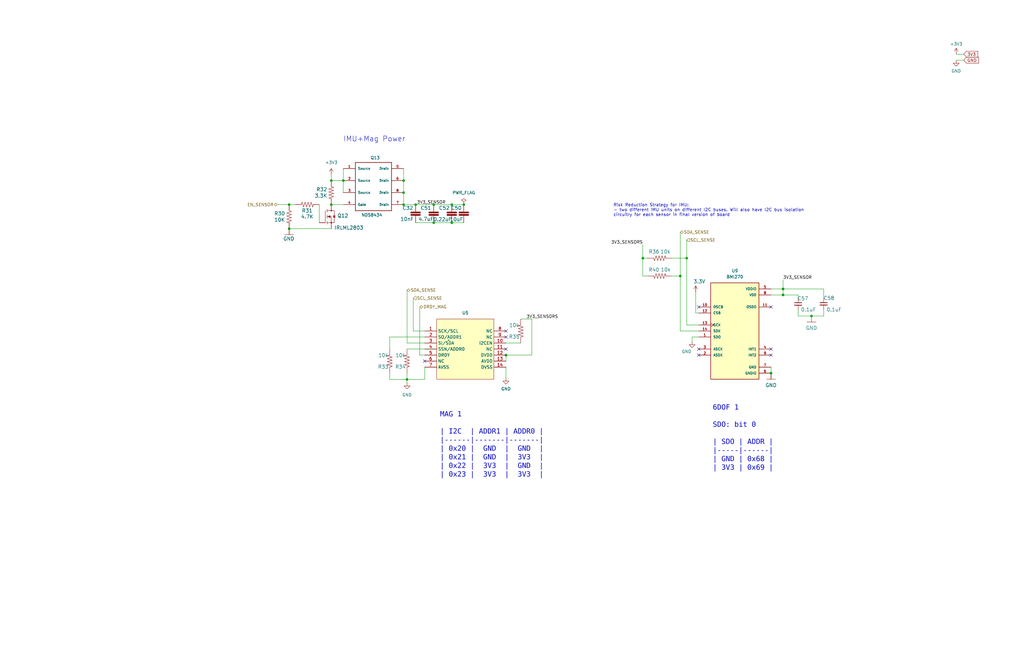
<source format=kicad_sch>
(kicad_sch (version 20230121) (generator eeschema)
  (paper "USLedger")
  (lib_symbols
    (symbol "GND_2" (power) (pin_names (offset 0))
      (property "Value" "GND_2" (at 0 -3.81 0))
      (symbol "GND_2_0_1"
        (polyline (pts (xy 0 0) (xy 0 -1.27) (xy 1.27 -1.27) (xy 0 -2.54) (xy -1.27 -1.27) (xy 0 -1.27)))
      )
      (symbol "GND_2_1_1"
        (pin power_in line (at 0 0 270) (length 0) hide (name "GND") (number "1"))
      )
    )
    (symbol "adcs:RM3100"
      (property "Reference" "U" (at -11.43 13.97 0))
      (symbol "RM3100_1_1"
        (rectangle (start -12.7 12.7) (end 11.43 -12.7) (fill (type background)))
        (pin input line (at -17.78 7.62 0) (length 5.08) (name "SCK/SCL") (number "1"))
        (pin input line (at 16.51 2.54 180) (length 5.08) (name "I2CEN") (number "10"))
        (pin input line (at 16.51 0 180) (length 5.08) (name "NC") (number "11"))
        (pin input line (at 16.51 -2.54 180) (length 5.08) (name "DVDD") (number "12"))
        (pin input line (at 16.51 -5.08 180) (length 5.08) (name "AVDD") (number "13"))
        (pin input line (at 16.51 -7.62 180) (length 5.08) (name "DVSS") (number "14"))
        (pin input line (at -17.78 5.08 0) (length 5.08) (name "SO/ADDR1") (number "2"))
        (pin input line (at -17.78 2.54 0) (length 5.08) (name "SI/SDA") (number "3"))
        (pin input line (at -17.78 0 0) (length 5.08) (name "SSN/ADDR0") (number "4"))
        (pin input line (at -17.78 -2.54 0) (length 5.08) (name "DRDY") (number "5"))
        (pin input line (at -17.78 -5.08 0) (length 5.08) (name "NC") (number "6"))
        (pin input line (at -17.78 -7.62 0) (length 5.08) (name "AVSS") (number "7"))
        (pin input line (at 16.51 7.62 180) (length 5.08) (name "NC") (number "8"))
        (pin input line (at 16.51 5.08 180) (length 5.08) (name "NC") (number "9"))
      )
    )
    (symbol "mainboard:3.3V" (power) (pin_names (offset 1.016))
      (property "Value" "3.3V" (at -1.016 3.556 0))
      (symbol "3.3V_1_0"
        (polyline (pts (xy 0 2.54) (xy -0.762 1.27)))
        (polyline (pts (xy 0.762 1.27) (xy 0 2.54)))
        (pin power_in line (at 0 0 90) (length 2.54) (name "3.3V") (number "1"))
      )
    )
    (symbol "mainboard:BMI270" (pin_names (offset 1.016))
      (property "Reference" "U" (at -10.16 21.082 0))
      (property "Value" "BMI270" (at -10.16 -22.86 0))
      (symbol "BMI270_0_0"
        (rectangle (start -10.16 -20.32) (end 10.16 20.32) (stroke (width 0.254)) (fill (type background)))
        (pin bidirectional line (at -15.24 -2.54 0) (length 5.08) (name "SDO") (number "1"))
        (pin input line (at -15.24 10.16 0) (length 5.08) (name "OSCB") (number "10"))
        (pin output line (at 15.24 10.16 180) (length 5.08) (name "OSDO") (number "11"))
        (pin input line (at -15.24 7.62 0) (length 5.08) (name "CSB") (number "12"))
        (pin input clock (at -15.24 2.54 0) (length 5.08) (name "SCX") (number "13"))
        (pin bidirectional line (at -15.24 0 0) (length 5.08) (name "SDX") (number "14"))
        (pin bidirectional line (at -15.24 -10.16 0) (length 5.08) (name "ASDX") (number "2"))
        (pin bidirectional line (at -15.24 -7.62 0) (length 5.08) (name "ASCX") (number "3"))
        (pin bidirectional line (at 15.24 -7.62 180) (length 5.08) (name "INT1") (number "4"))
        (pin power_in line (at 15.24 17.78 180) (length 5.08) (name "VDDIO") (number "5"))
        (pin power_in line (at 15.24 -17.78 180) (length 5.08) (name "GNDIO") (number "6"))
        (pin power_in line (at 15.24 -15.24 180) (length 5.08) (name "GND") (number "7"))
        (pin power_in line (at 15.24 15.24 180) (length 5.08) (name "VDD") (number "8"))
        (pin bidirectional line (at 15.24 -10.16 180) (length 5.08) (name "INT2") (number "9"))
      )
    )
    (symbol "mainboard:C_Small" (pin_numbers hide) (pin_names (offset 0.254) hide)
      (property "Reference" "C" (at 0.254 1.778 0))
      (property "Value" "C_Small" (at 0.254 -2.032 0))
      (symbol "C_Small_0_1"
        (polyline (pts (xy -1.524 -0.508) (xy 1.524 -0.508)) (stroke (width 0.3302)))
        (polyline (pts (xy -1.524 0.508) (xy 1.524 0.508)) (stroke (width 0.3048)))
      )
      (symbol "C_Small_1_1"
        (pin passive line (at 0 2.54 270) (length 2.032) (name "~") (number "1"))
        (pin passive line (at 0 -2.54 90) (length 2.032) (name "~") (number "2"))
      )
    )
    (symbol "mainboard:GND" (power) (pin_names (offset 1.016))
      (property "Value" "GND" (at -2.54 -2.54 0))
      (symbol "GND_1_0"
        (polyline (pts (xy -1.905 0) (xy 1.905 0)))
        (pin power_in line (at 0 2.54 270) (length 2.54) (name "GND") (number "1"))
      )
    )
    (symbol "mainboard:IRLML2803TRPBF" (pin_names (offset 1.016))
      (property "Reference" "Q" (at -11.43 1.27 0))
      (property "Value" "IRLML2803TRPBF" (at -11.43 3.81 0))
      (symbol "IRLML2803TRPBF_1_0"
        (polyline (pts (xy 0 2.54) (xy 0 -2.54)))
        (polyline (pts (xy 0.762 -2.54) (xy 0.762 -3.175)))
        (polyline (pts (xy 0.762 -1.905) (xy 0.762 -2.54)))
        (polyline (pts (xy 0.762 0) (xy 0.762 -0.762)))
        (polyline (pts (xy 0.762 0) (xy 2.54 0)))
        (polyline (pts (xy 0.762 0.762) (xy 0.762 0)))
        (polyline (pts (xy 0.762 2.54) (xy 0.762 1.905)))
        (polyline (pts (xy 0.762 2.54) (xy 3.81 2.54)))
        (polyline (pts (xy 0.762 3.175) (xy 0.762 2.54)))
        (polyline (pts (xy 2.54 -2.54) (xy 0.762 -2.54)))
        (polyline (pts (xy 2.54 -2.54) (xy 3.81 -2.54)))
        (polyline (pts (xy 2.54 0) (xy 2.54 -2.54)))
        (polyline (pts (xy 3.302 0.508) (xy 3.81 0.508)))
        (polyline (pts (xy 3.81 -0.508) (xy 3.81 -2.54)))
        (polyline (pts (xy 3.81 0.508) (xy 3.81 -0.508)))
        (polyline (pts (xy 3.81 0.508) (xy 4.318 0.508)))
        (polyline (pts (xy 3.81 2.54) (xy 3.81 0.508)))
        (polyline (pts (xy 1.016 0) (xy 2.032 0.508) (xy 2.032 -0.508)) (fill (type outline)))
        (polyline (pts (xy 3.81 0.508) (xy 3.302 -0.254) (xy 4.318 -0.254)) (fill (type outline)))
        (circle (center 2.54 -2.54) (radius 0.254))
        (circle (center 2.54 2.54) (radius 0.254))
        (pin passive line (at -2.54 -2.54 0) (length 2.54) (name "G") (number "1"))
        (pin passive line (at 2.54 -5.08 90) (length 2.54) (name "S") (number "2"))
        (pin passive line (at 2.54 5.08 270) (length 2.54) (name "D") (number "3"))
      )
    )
    (symbol "mainboard:NDS8434" (pin_names (offset 1.016))
      (symbol "NDS8434_0_0"
        (polyline (pts (xy -7.62 -10.16) (xy -7.62 10.16)) (stroke (width 0.254)))
        (polyline (pts (xy -7.62 10.16) (xy 7.62 10.16)) (stroke (width 0.254)))
        (polyline (pts (xy 7.62 -10.16) (xy -7.62 -10.16)) (stroke (width 0.254)))
        (polyline (pts (xy 7.62 10.16) (xy 7.62 -10.16)) (stroke (width 0.254)))
        (pin bidirectional line (at -12.7 7.62 0) (length 5.08) (name "Source") (number "1"))
        (pin bidirectional line (at -12.7 2.54 0) (length 5.08) (name "Source") (number "2"))
        (pin bidirectional line (at -12.7 -2.54 0) (length 5.08) (name "Source") (number "3"))
        (pin bidirectional line (at -12.7 -7.62 0) (length 5.08) (name "Gate") (number "4"))
        (pin bidirectional line (at 12.7 7.62 180) (length 5.08) (name "Drain") (number "5"))
        (pin bidirectional line (at 12.7 2.54 180) (length 5.08) (name "Drain") (number "6"))
        (pin bidirectional line (at 12.7 -7.62 180) (length 5.08) (name "Drain") (number "7"))
        (pin bidirectional line (at 12.7 -2.54 180) (length 5.08) (name "Drain") (number "8"))
      )
    )
    (symbol "mainboard:R-US_R0603" (pin_names (offset 1.016))
      (property "Reference" "R" (at -3.81 1.4986 0))
      (property "Value" "R-US_R0603" (at -3.81 -3.302 0))
      (symbol "R-US_R0603_1_0"
        (polyline (pts (xy -2.54 0) (xy -2.159 1.016)))
        (polyline (pts (xy -2.159 1.016) (xy -1.524 -1.016)))
        (polyline (pts (xy -1.524 -1.016) (xy -0.889 1.016)))
        (polyline (pts (xy -0.889 1.016) (xy -0.254 -1.016)))
        (polyline (pts (xy -0.254 -1.016) (xy 0.381 1.016)))
        (polyline (pts (xy 0.381 1.016) (xy 1.016 -1.016)))
        (polyline (pts (xy 1.016 -1.016) (xy 1.651 1.016)))
        (polyline (pts (xy 1.651 1.016) (xy 2.286 -1.016)))
        (polyline (pts (xy 2.286 -1.016) (xy 2.54 0)))
        (pin passive line (at -5.08 0 0) (length 2.54) (name "1") (number "1"))
        (pin passive line (at 5.08 0 180) (length 2.54) (name "2") (number "2"))
      )
    )
    (symbol "power:+3V3" (power) (pin_names (offset 0))
      (property "Value" "+3V3" (at 0 3.556 0))
      (symbol "+3V3_0_1"
        (polyline (pts (xy -0.762 1.27) (xy 0 2.54)))
        (polyline (pts (xy 0 0) (xy 0 2.54)))
        (polyline (pts (xy 0 2.54) (xy 0.762 1.27)))
      )
      (symbol "+3V3_1_1"
        (pin power_in line (at 0 0 90) (length 0) hide (name "+3V3") (number "1"))
      )
    )
    (symbol "power:GND" (power) (pin_names (offset 0))
      (property "Value" "GND" (at 0 -3.81 0))
      (symbol "GND_0_1"
        (polyline (pts (xy 0 0) (xy 0 -1.27) (xy 1.27 -1.27) (xy 0 -2.54) (xy -1.27 -1.27) (xy 0 -1.27)))
      )
      (symbol "GND_1_1"
        (pin power_in line (at 0 0 270) (length 0) hide (name "GND") (number "1"))
      )
    )
    (symbol "power:PWR_FLAG" (power) (pin_numbers hide) (pin_names (offset 0) hide)
      (property "Value" "PWR_FLAG" (at 0 3.81 0))
      (symbol "PWR_FLAG_0_0"
        (pin power_out line (at 0 0 90) (length 0) (name "pwr") (number "1"))
      )
      (symbol "PWR_FLAG_0_1"
        (polyline (pts (xy 0 0) (xy 0 1.27) (xy -1.016 1.905) (xy 0 2.54) (xy 1.016 1.905) (xy 0 1.27)))
      )
    )
    (symbol "pycubed_mainboard:10NF_10000PF-50V-10%(0603)" (pin_names (offset 1.016))
      (property "Reference" "C" (at 1.524 2.921 0))
      (property "Value" "10NF_10000PF-50V-10%(0603)" (at 1.524 -2.159 0))
      (symbol "10NF_10000PF-50V-10%(0603)_1_0"
        (rectangle (start -2.032 0.508) (end 2.032 1.016) (fill (type outline)))
        (rectangle (start -2.032 1.524) (end 2.032 2.032) (fill (type outline)))
        (polyline (pts (xy 0 0) (xy 0 0.508)))
        (polyline (pts (xy 0 2.54) (xy 0 2.032)))
        (pin passive line (at 0 5.08 270) (length 2.54) (name "1") (number "1"))
        (pin passive line (at 0 -2.54 90) (length 2.54) (name "2") (number "2"))
      )
    )
  )
  (junction (at 271.0688 108.966))
  (junction (at 170.18 81.28))
  (junction (at 175.26 86.36))
  (junction (at 139.7 76.2))
  (junction (at 121.92 96.52))
  (junction (at 195.58 86.36))
  (junction (at 325.12 157.48))
  (junction (at 144.78 76.2))
  (junction (at 182.88 93.98))
  (junction (at 330.2 121.92))
  (junction (at 121.92 86.36))
  (junction (at 190.5 86.36))
  (junction (at 139.7 86.36))
  (junction (at 182.88 86.36))
  (junction (at 170.18 86.36))
  (junction (at 289.56 108.966))
  (junction (at 190.5 93.98))
  (junction (at 330.2 124.46))
  (junction (at 342.1888 133.35))
  (junction (at 286.8676 116.4844))
  (junction (at 213.36 149.86))
  (junction (at 170.18 76.2))
  (junction (at 171.6278 160.1216))
  (no_connect (at 325.12 147.32))
  (no_connect (at 213.36 142.24))
  (no_connect (at 213.36 139.7))
  (no_connect (at 179.07 152.4))
  (no_connect (at 213.36 147.32))
  (no_connect (at 294.64 129.54))
  (no_connect (at 325.12 129.54))
  (no_connect (at 325.12 149.86))
  (no_connect (at 294.64 149.86))
  (no_connect (at 294.64 147.32))
  (wire (pts (xy 171.6278 147.2946) (xy 183.3118 147.2946)))
  (wire (pts (xy 286.8676 97.9932) (xy 286.8676 116.4844)))
  (wire (pts (xy 271.0688 103.2256) (xy 271.0688 108.966)))
  (wire (pts (xy 213.36 144.78) (xy 219.583 144.78)))
  (wire (pts (xy 177.0126 149.8346) (xy 176.911 149.8346)))
  (wire (pts (xy 170.18 86.36) (xy 175.26 86.36)))
  (wire (pts (xy 347.3196 121.92) (xy 330.2 121.92)))
  (wire (pts (xy 273.1008 108.966) (xy 271.0688 108.966)))
  (wire (pts (xy 144.78 76.2) (xy 144.78 71.12)))
  (wire (pts (xy 286.8676 116.4844) (xy 286.8676 139.7)))
  (wire (pts (xy 171.6278 160.1216) (xy 171.6278 161.5948)))
  (wire (pts (xy 283.2608 108.966) (xy 289.56 108.966)))
  (wire (pts (xy 175.26 93.98) (xy 182.88 93.98)))
  (wire (pts (xy 176.911 149.8346) (xy 176.911 149.86)))
  (wire (pts (xy 330.2 124.46) (xy 330.2 121.92)))
  (wire (pts (xy 170.18 81.28) (xy 170.18 86.36)))
  (wire (pts (xy 179.07 154.94) (xy 179.07 160.1216)))
  (wire (pts (xy 213.36 149.86) (xy 213.36 152.4)))
  (wire (pts (xy 190.5 86.36) (xy 195.58 86.36)))
  (wire (pts (xy 219.583 134.62) (xy 224.282 134.62)))
  (wire (pts (xy 213.36 154.94) (xy 213.36 159.5374)))
  (wire (pts (xy 176.911 149.86) (xy 179.07 149.86)))
  (wire (pts (xy 291.846 142.24) (xy 294.64 142.24)))
  (wire (pts (xy 336.55 125.73) (xy 336.55 124.46)))
  (wire (pts (xy 164.3634 142.24) (xy 179.07 142.24)))
  (wire (pts (xy 294.64 132.08) (xy 293.37 132.08)))
  (wire (pts (xy 283.2608 116.4844) (xy 286.8676 116.4844)))
  (wire (pts (xy 164.3634 160.1216) (xy 171.6278 160.1216)))
  (wire (pts (xy 164.3634 157.4546) (xy 164.3634 160.1216)))
  (wire (pts (xy 171.6532 144.78) (xy 179.07 144.78)))
  (wire (pts (xy 144.78 76.2) (xy 139.7 76.2)))
  (wire (pts (xy 289.56 137.16) (xy 294.64 137.16)))
  (wire (pts (xy 182.88 93.98) (xy 190.5 93.98)))
  (wire (pts (xy 273.1008 116.4844) (xy 271.0688 116.4844)))
  (wire (pts (xy 182.88 86.36) (xy 190.5 86.36)))
  (wire (pts (xy 179.07 160.1216) (xy 171.6278 160.1216)))
  (wire (pts (xy 183.3118 147.32) (xy 179.07 147.32)))
  (wire (pts (xy 224.282 149.86) (xy 224.282 134.62)))
  (wire (pts (xy 177.0126 129.4892) (xy 177.0126 149.8346)))
  (wire (pts (xy 174.2948 139.7) (xy 174.2948 125.8316)))
  (wire (pts (xy 289.56 108.966) (xy 289.56 137.16)))
  (wire (pts (xy 294.64 139.7) (xy 286.8676 139.7)))
  (wire (pts (xy 330.2 124.46) (xy 336.55 124.46)))
  (wire (pts (xy 134.62 93.98) (xy 134.62 86.36)))
  (wire (pts (xy 171.6278 157.4546) (xy 171.6278 160.1216)))
  (wire (pts (xy 291.846 144.1704) (xy 291.846 142.24)))
  (wire (pts (xy 144.78 81.28) (xy 144.78 76.2)))
  (wire (pts (xy 403.225 22.86) (xy 406.4 22.86)))
  (wire (pts (xy 170.18 71.12) (xy 170.18 76.2)))
  (wire (pts (xy 174.2948 139.7) (xy 179.07 139.7)))
  (wire (pts (xy 325.12 124.46) (xy 330.2 124.46)))
  (wire (pts (xy 139.7 76.2) (xy 139.7 73.66)))
  (wire (pts (xy 325.12 154.94) (xy 325.12 157.48)))
  (wire (pts (xy 124.46 86.36) (xy 121.92 86.36)))
  (wire (pts (xy 190.5 93.98) (xy 195.58 93.98)))
  (wire (pts (xy 347.3196 133.35) (xy 347.3196 130.7592)))
  (wire (pts (xy 213.36 149.86) (xy 224.282 149.86)))
  (wire (pts (xy 336.55 133.35) (xy 336.55 130.81)))
  (wire (pts (xy 403.1996 25.4) (xy 406.4 25.4)))
  (wire (pts (xy 121.92 86.36) (xy 116.84 86.36)))
  (wire (pts (xy 330.2 121.92) (xy 325.12 121.92)))
  (wire (pts (xy 293.37 123.19) (xy 293.37 132.08)))
  (wire (pts (xy 170.18 76.2) (xy 170.18 81.28)))
  (wire (pts (xy 175.26 86.36) (xy 182.88 86.36)))
  (wire (pts (xy 342.1888 133.35) (xy 347.3196 133.35)))
  (wire (pts (xy 144.78 86.36) (xy 139.7 86.36)))
  (wire (pts (xy 183.3118 147.2946) (xy 183.3118 147.32)))
  (wire (pts (xy 171.6532 122.4534) (xy 171.6532 144.78)))
  (wire (pts (xy 330.2 118.11) (xy 330.2 121.92)))
  (wire (pts (xy 347.3196 121.92) (xy 347.3196 125.6792)))
  (wire (pts (xy 271.0688 116.4844) (xy 271.0688 108.966)))
  (wire (pts (xy 336.55 133.35) (xy 342.1888 133.35)))
  (wire (pts (xy 289.56 101.2952) (xy 289.56 108.966)))
  (wire (pts (xy 139.7 96.52) (xy 121.92 96.52)))
  (wire (pts (xy 164.3634 142.24) (xy 164.3634 147.2946)))
  (text "IMU+Mag Power\n\n" (at 144.78 63.5 0) (effects (font (size 2.159 2.159)) (justify left bottom)))
  (text "6DOF 1\n\nSDO: bit 0\n\n| SDO | ADDR |\n|-----|------|\n| GND | 0x68 |\n| 3V3 | 0x69 |" (at 300.5836 199.39 0) (effects (font (size 2.159 2.159)) (justify left bottom)))
  (text "Risk Reduction Strategy for IMU:\n- two different IMU units on different I2C buses. Will also have I2C bus isolation \ncircuitry for each sensor in final version of board\n" (at 258.6228 91.4908 0) (effects (font (size 1.27 1.27)) (justify left bottom)))
  (text "MAG 1\n\n| I2C  | ADDR1 | ADDR0 |\n|------|-------|-------|\n| 0x20 |  GND  |  GND  | \n| 0x21 |  GND  |  3V3  |\n| 0x22 |  3V3  |  GND  |\n| 0x23 |  3V3  |  3V3  |" (at 185.5724 202.2602 0) (effects (font (size 2.159 2.159)) (justify left bottom)))
  (label "3V3_SENSOR" (at 330.2 118.11 0))
  (label "3V3_SENSOR" (at 187.96 86.36 180))
  (label "3V3_SENSORS" (at 271.0688 103.2256 180))
  (label "3V3_SENSORS" (at 221.9706 134.62 0))
  (global_label "GND" (shape input) (at 406.4 25.4 0) (property "Intersheetrefs" "${INTERSHEET_REFS}" (effects hide)))
  (global_label "3V3" (shape input) (at 406.4 22.86 0) (property "Intersheetrefs" "${INTERSHEET_REFS}" (effects hide)))
  (hierarchical_label "SDA_SENSE" (shape bidirectional) (at 286.8676 97.9932 0))
  (hierarchical_label "EN_SENSOR" (shape bidirectional) (at 116.84 86.36 180))
  (hierarchical_label "DRDY_MAG" (shape bidirectional) (at 177.0126 129.4892 0))
  (hierarchical_label "SCL_SENSE" (shape input) (at 174.2948 125.8316 0))
  (hierarchical_label "SCL_SENSE" (shape input) (at 289.56 101.2952 0))
  (hierarchical_label "SDA_SENSE" (shape bidirectional) (at 171.6532 122.4534 0))
  (symbol (lib_id "power:GND") (at 291.846 144.1704 0) (unit 1)
    (property "Reference" "#PWR052" (effects hide))
    (property "Value" "GND" (at 289.5092 148.336 0))
    (instances (project "adcs-hardware" (path "" (reference "#PWR052") (unit 1)) (path "" (reference "#PWR041") (unit 1))))
  )
  (symbol (lib_id "mainboard:GND") (at 342.1888 135.89 0) (unit 1)
    (property "Reference" "#GND022" (effects hide))
    (property "Value" "GND" (at 342.1888 138.43 0) (effects (font (size 1.4986 1.4986))))
    (instances (project "adcs-hardware" (path "" (reference "#GND022") (unit 1)) (path "" (reference "#GND06") (unit 1))) (project "Sensors" (path "" (reference "#GND0103") (unit 1))))
  )
  (symbol (lib_id "pycubed_mainboard:10NF_10000PF-50V-10%(0603)") (at 175.26 91.44 0) (unit 1)
    (property "Reference" "C32" (at 169.672 87.757 0) (effects (font (size 1.4986 1.4986)) (justify left)))
    (property "Value" "10nF" (at 168.783 92.456 0) (effects (font (size 1.4986 1.4986)) (justify left)))
    (instances (project "adcs-hardware" (path "" (reference "C32") (unit 1)) (path "" (reference "C53") (unit 1)) (path "" (reference "C1") (unit 1))))
  )
  (symbol (lib_id "mainboard:C_Small") (at 336.55 128.27 0) (mirror y) (unit 1)
    (property "Reference" "C57" (at 340.868 126.7968 0) (effects (font (size 1.4986 1.4986)) (justify left bottom)))
    (property "Value" "0.1uF" (at 344.17 131.5212 0) (effects (font (size 1.4986 1.4986)) (justify left bottom)))
    (property "Footprint" "Capacitor_SMD:C_0603_1608Metric" (effects hide))
    (property "Description" "0.1uF +-10% 50V X7R 0603" (effects hide))
    (instances (project "adcs-hardware" (path "" (reference "C57") (unit 1)) (path "" (reference "C37") (unit 1))) (project "Sensors" (path "" (reference "C3") (unit 1))))
  )
  (symbol (lib_id "mainboard:BMI270") (at 309.88 139.7 0) (unit 1)
    (property "Reference" "U9" (at 309.88 114.3 0))
    (property "Value" "BMI270" (at 309.88 116.84 0))
    (property "Footprint" "Sensor_Motion:XDCR_BMI270" (effects hide))
    (property "Datasheet" "${KIPRJMOD}/../datasheets/bmi270.pdf" (effects hide))
    (property "PATREV" "1.0" (effects hide))
    (property "STANDARD" "Manufacturer Recommendations" (effects hide))
    (property "MAXIMUM_PACKAGE_HEIGHT" "0.87mm" (effects hide))
    (property "MANUFACTURER" "Bosch Sensortec" (effects hide))
    (instances (project "adcs-hardware" (path "" (reference "U9") (unit 1)) (path "" (reference "U2") (unit 1))) (project "Sensors" (path "" (reference "U01") (unit 1))))
  )
  (symbol (lib_id "power:GND") (at 213.36 159.5374 0) (unit 1)
    (property "Reference" "#PWR051" (effects hide))
    (property "Value" "GND" (at 213.36 164.1094 0))
    (instances (project "adcs-hardware" (path "" (reference "#PWR051") (unit 1)) (path "" (reference "#PWR027") (unit 1))))
  )
  (symbol (lib_id "mainboard:C_Small") (at 347.3196 128.2192 0) (mirror y) (unit 1)
    (property "Reference" "C58" (at 351.8916 126.6444 0) (effects (font (size 1.4986 1.4986)) (justify left bottom)))
    (property "Value" "0.1uF" (at 354.9396 131.5212 0) (effects (font (size 1.4986 1.4986)) (justify left bottom)))
    (property "Footprint" "Capacitor_SMD:C_0603_1608Metric" (effects hide))
    (property "Description" "0.1uF +-10% 50V X7R 0603" (effects hide))
    (instances (project "adcs-hardware" (path "" (reference "C58") (unit 1)) (path "" (reference "C38") (unit 1))) (project "Sensors" (path "" (reference "C4") (unit 1))))
  )
  (symbol (lib_id "power:+3V3") (at 139.7 73.66 0) (unit 1)
    (property "Reference" "#PWR047" (effects hide))
    (property "Value" "+3V3" (at 139.7 68.58 0))
    (instances (project "adcs-hardware" (path "" (reference "#PWR047") (unit 1)) (path "" (reference "#PWR024") (unit 1))))
  )
  (symbol (lib_id "mainboard:R-US_R0603") (at 278.1808 108.966 0) (mirror x) (unit 1)
    (property "Reference" "R36" (at 275.7932 106.2228 0) (effects (font (size 1.4986 1.4986))))
    (property "Value" "10k" (at 280.6192 106.2228 0) (effects (font (size 1.4986 1.4986))))
    (property "Footprint" "Resistor_SMD:R_0603_1608Metric" (effects hide))
    (property "Description" "10k 0603" (effects hide))
    (instances (project "adcs-hardware" (path "" (reference "R36") (unit 1)) (path "" (reference "R11") (unit 1))) (project "Sensors" (path "" (reference "R1") (unit 1))))
  )
  (symbol (lib_id "mainboard:IRLML2803TRPBF") (at 137.16 91.44 0) (unit 1)
    (property "Reference" "Q12" (at 142.24 90.17 0) (effects (font (size 1.4986 1.4986)) (justify left top)))
    (property "Value" "IRLML2803" (at 140.97 95.25 0) (effects (font (size 1.4986 1.4986)) (justify left top)))
    (property "Footprint" "mainboard:SOT-23" (effects hide))
    (property "Datasheet" "https://www.infineon.com/dgdl/irlml2803pbf.pdf?fileId=5546d462533600a4015356682aff260f" (effects hide))
    (property "Description" "Single N-Channel MOSFET" (effects hide))
    (property "Flight" "IRLML2803" (effects hide))
    (property "Manufacturer_Name" "Infineon Technologies" (effects hide))
    (property "Manufacturer_Part_Number" "IRLML2803TRPbF" (effects hide))
    (property "Proto" "2302" (effects hide))
    (instances (project "adcs-hardware" (path "" (reference "Q12") (unit 1)) (path "" (reference "Q3") (unit 1))) (project "mainboard" (path "" (reference "Q1") (unit 1))))
  )
  (symbol (lib_id "pycubed_mainboard:10NF_10000PF-50V-10%(0603)") (at 182.88 91.44 0) (unit 1)
    (property "Reference" "C51" (at 177.292 87.757 0) (effects (font (size 1.4986 1.4986)) (justify left)))
    (property "Value" "4.7uF" (at 176.403 92.456 0) (effects (font (size 1.4986 1.4986)) (justify left)))
    (instances (project "adcs-hardware" (path "" (reference "C51") (unit 1)) (path "" (reference "C54") (unit 1)) (path "" (reference "C2") (unit 1))))
  )
  (symbol (lib_id "mainboard:R-US_R0603") (at 219.583 139.7 270) (mirror x) (unit 1)
    (property "Reference" "R35" (at 216.8398 142.0876 90) (effects (font (size 1.4986 1.4986))))
    (property "Value" "10k" (at 216.8398 137.2616 90) (effects (font (size 1.4986 1.4986))))
    (property "Footprint" "Resistor_SMD:R_0603_1608Metric" (effects hide))
    (property "Description" "10k 0603" (effects hide))
    (instances (project "adcs-hardware" (path "" (reference "R35") (unit 1)) (path "" (reference "R10") (unit 1))) (project "Sensors" (path "" (reference "R1") (unit 1))))
  )
  (symbol (lib_id "pycubed_mainboard:10NF_10000PF-50V-10%(0603)") (at 195.58 91.44 0) (unit 1)
    (property "Reference" "C50" (at 190.119 87.757 0) (effects (font (size 1.4986 1.4986)) (justify left)))
    (property "Value" "10uF" (at 189.611 92.583 0) (effects (font (size 1.4986 1.4986)) (justify left)))
    (instances (project "adcs-hardware" (path "" (reference "C50") (unit 1)) (path "" (reference "C56") (unit 1)) (path "" (reference "C4") (unit 1))))
  )
  (symbol (lib_name "GND_2") (lib_id "power:GND") (at 403.1996 25.4 0) (unit 1)
    (property "Reference" "#PWR035" (effects hide))
    (property "Value" "GND" (at 403.1996 29.972 0))
    (instances (project "adcs-hardware" (path "" (reference "#PWR035") (unit 1)) (path "" (reference "#PWR053") (unit 1)) (path "" (reference "#PWR043") (unit 1))))
  )
  (symbol (lib_id "power:GND") (at 171.6278 161.5948 0) (unit 1)
    (property "Reference" "#PWR050" (effects hide))
    (property "Value" "GND" (at 171.6278 166.624 0))
    (instances (project "adcs-hardware" (path "" (reference "#PWR050") (unit 1)) (path "" (reference "#PWR026") (unit 1))))
  )
  (symbol (lib_id "power:+3V3") (at 403.225 22.86 0) (unit 1)
    (property "Reference" "#PWR034" (effects hide))
    (property "Value" "+3V3" (at 403.225 18.5674 0))
    (instances (project "adcs-hardware" (path "" (reference "#PWR034") (unit 1)) (path "" (reference "#PWR054") (unit 1)) (path "" (reference "#PWR044") (unit 1))))
  )
  (symbol (lib_id "mainboard:R-US_R0603") (at 121.92 91.44 270) (unit 1)
    (property "Reference" "R30" (at 120.2182 90.0938 90) (effects (font (size 1.4986 1.4986)) (justify right)))
    (property "Value" "10K" (at 120.2182 92.7608 90) (effects (font (size 1.4986 1.4986)) (justify right)))
    (property "Footprint" "Resistor_SMD:R_0603_1608Metric" (effects hide))
    (property "Description" "10K 0603" (effects hide))
    (instances (project "adcs-hardware" (path "" (reference "R30") (unit 1)) (path "" (reference "R1") (unit 1))) (project "mainboard" (path "" (reference "R21") (unit 1))))
  )
  (symbol (lib_id "mainboard:GND") (at 325.12 160.02 0) (unit 1)
    (property "Reference" "#GND021" (effects hide))
    (property "Value" "GND" (at 325.12 162.56 0) (effects (font (size 1.4986 1.4986))))
    (instances (project "adcs-hardware" (path "" (reference "#GND021") (unit 1)) (path "" (reference "#GND02") (unit 1))) (project "Sensors" (path "" (reference "#GND0104") (unit 1))))
  )
  (symbol (lib_id "mainboard:R-US_R0603") (at 171.6278 152.3746 270) (mirror x) (unit 1)
    (property "Reference" "R34" (at 168.8846 154.7622 90) (effects (font (size 1.4986 1.4986))))
    (property "Value" "10k" (at 168.8846 149.9362 90) (effects (font (size 1.4986 1.4986))))
    (property "Footprint" "Resistor_SMD:R_0603_1608Metric" (effects hide))
    (property "Description" "10k 0603" (effects hide))
    (instances (project "adcs-hardware" (path "" (reference "R34") (unit 1)) (path "" (reference "R9") (unit 1))) (project "Sensors" (path "" (reference "R1") (unit 1))))
  )
  (symbol (lib_id "mainboard:R-US_R0603") (at 164.3634 152.3746 270) (mirror x) (unit 1)
    (property "Reference" "R33" (at 161.6202 154.7622 90) (effects (font (size 1.4986 1.4986))))
    (property "Value" "10k" (at 161.6202 149.9362 90) (effects (font (size 1.4986 1.4986))))
    (property "Footprint" "Resistor_SMD:R_0603_1608Metric" (effects hide))
    (property "Description" "10k 0603" (effects hide))
    (instances (project "adcs-hardware" (path "" (reference "R33") (unit 1)) (path "" (reference "R8") (unit 1))) (project "Sensors" (path "" (reference "R1") (unit 1))))
  )
  (symbol (lib_id "mainboard:NDS8434") (at 157.48 78.74 0) (unit 1)
    (property "Reference" "Q13" (at 156.21 67.31 0) (effects (justify left bottom)))
    (property "Value" "NDS8434" (at 152.4 91.44 0) (effects (justify left bottom)))
    (property "Footprint" "mainboard:NDS8434" (effects hide))
    (property "Datasheet" "https://www.onsemi.com/pdf/datasheet/nds8434-d.pdf" (effects hide))
    (property "Description" "P-Channel MOSFET" (effects hide))
    (property "Flight" "NDS8434" (effects hide))
    (property "Manufacturer_Name" "ON Semiconductor" (effects hide))
    (property "Manufacturer_Part_Number" "NDS8434" (effects hide))
    (property "Proto" "DMP2022LSS-13" (effects hide))
    (instances (project "adcs-hardware" (path "" (reference "Q13") (unit 1)) (path "" (reference "Q4") (unit 1))) (project "mainboard" (path "" (reference "Q22") (unit 1))))
  )
  (symbol (lib_id "mainboard:R-US_R0603") (at 129.54 86.36 0) (unit 1)
    (property "Reference" "R31" (at 129.54 88.9 0) (effects (font (size 1.4986 1.4986))))
    (property "Value" "4.7K" (at 129.54 91.44 0) (effects (font (size 1.4986 1.4986))))
    (property "Footprint" "Resistor_SMD:R_0603_1608Metric" (effects hide))
    (property "Description" "4.7K 0603" (effects hide))
    (instances (project "adcs-hardware" (path "" (reference "R31") (unit 1)) (path "" (reference "R2") (unit 1))) (project "mainboard" (path "" (reference "R22") (unit 1))))
  )
  (symbol (lib_id "power:PWR_FLAG") (at 195.58 86.36 0) (unit 1)
    (property "Reference" "#FLG04" (effects hide))
    (property "Value" "PWR_FLAG" (at 195.58 81.3054 0))
    (instances (project "adcs-hardware" (path "" (reference "#FLG04") (unit 1)) (path "" (reference "#FLG05") (unit 1))))
  )
  (symbol (lib_id "mainboard:R-US_R0603") (at 139.7 81.28 270) (unit 1)
    (property "Reference" "R32" (at 137.9982 79.9338 90) (effects (font (size 1.4986 1.4986)) (justify right)))
    (property "Value" "3.3K" (at 137.9982 82.6008 90) (effects (font (size 1.4986 1.4986)) (justify right)))
    (property "Footprint" "Resistor_SMD:R_0603_1608Metric" (effects hide))
    (property "Description" "3.3K 0603" (effects hide))
    (instances (project "adcs-hardware" (path "" (reference "R32") (unit 1)) (path "" (reference "R7") (unit 1))) (project "mainboard" (path "" (reference "R23") (unit 1))))
  )
  (symbol (lib_id "adcs:RM3100") (at 196.85 147.32 0) (unit 1)
    (property "Reference" "U5" (at 196.215 132.0292 0))
    (property "Value" "~" (at 189.23 143.51 0))
    (property "Datasheet" "${KIPRJMOD}/../datasheets/RM3100-Testing-Boards-User-Manual-r05.pdf" (effects hide))
    (instances (project "adcs-hardware" (path "" (reference "U5") (unit 1)) (path "" (reference "U1") (unit 1))))
  )
  (symbol (lib_id "pycubed_mainboard:10NF_10000PF-50V-10%(0603)") (at 190.5 91.44 0) (unit 1)
    (property "Reference" "C52" (at 185.039 87.757 0) (effects (font (size 1.4986 1.4986)) (justify left)))
    (property "Value" "0.22uF" (at 182.626 92.583 0) (effects (font (size 1.4986 1.4986)) (justify left)))
    (instances (project "adcs-hardware" (path "" (reference "C52") (unit 1)) (path "" (reference "C55") (unit 1)) (path "" (reference "C3") (unit 1))))
  )
  (symbol (lib_id "mainboard:GND") (at 121.92 99.06 0) (unit 1)
    (property "Reference" "#GND020" (effects hide))
    (property "Value" "GND" (at 119.38 101.6 0) (effects (font (size 1.4986 1.4986)) (justify left bottom)))
    (instances (project "adcs-hardware" (path "" (reference "#GND020") (unit 1)) (path "" (reference "#GND01") (unit 1))) (project "mainboard" (path "" (reference "#GND020") (unit 1))))
  )
  (symbol (lib_id "mainboard:3.3V") (at 293.37 123.19 0) (unit 1)
    (property "Reference" "#SUPPLY02" (effects hide))
    (property "Value" "3.3V" (at 292.354 119.634 0) (effects (font (size 1.4986 1.4986)) (justify left bottom)))
    (instances (project "adcs-hardware" (path "" (reference "#SUPPLY02") (unit 1)) (path "" (reference "#SUPPLY01") (unit 1))) (project "Sensors" (path "" (reference "#SUPPLY0104") (unit 1))))
  )
  (symbol (lib_id "mainboard:R-US_R0603") (at 278.1808 116.4844 0) (mirror x) (unit 1)
    (property "Reference" "R40" (at 275.7424 113.8428 0) (effects (font (size 1.4986 1.4986))))
    (property "Value" "10k" (at 280.7208 113.792 0) (effects (font (size 1.4986 1.4986))))
    (property "Footprint" "Resistor_SMD:R_0603_1608Metric" (effects hide))
    (property "Description" "10k 0603" (effects hide))
    (instances (project "adcs-hardware" (path "" (reference "R40") (unit 1)) (path "" (reference "R12") (unit 1))) (project "Sensors" (path "" (reference "R2") (unit 1))))
  )
)
</source>
